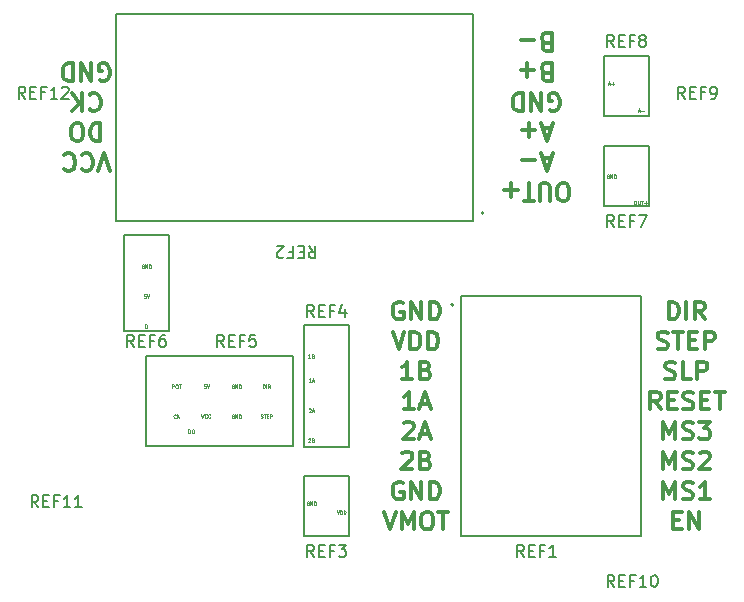
<source format=gbr>
%TF.GenerationSoftware,KiCad,Pcbnew,(6.0.2)*%
%TF.CreationDate,2023-07-03T16:13:51+01:00*%
%TF.ProjectId,Stretchy,53747265-7463-4687-992e-6b696361645f,rev?*%
%TF.SameCoordinates,Original*%
%TF.FileFunction,Legend,Top*%
%TF.FilePolarity,Positive*%
%FSLAX46Y46*%
G04 Gerber Fmt 4.6, Leading zero omitted, Abs format (unit mm)*
G04 Created by KiCad (PCBNEW (6.0.2)) date 2023-07-03 16:13:51*
%MOMM*%
%LPD*%
G01*
G04 APERTURE LIST*
%ADD10C,0.300000*%
%ADD11C,0.075000*%
%ADD12C,0.150000*%
%ADD13C,0.127000*%
%ADD14C,0.200000*%
G04 APERTURE END LIST*
D10*
X127540000Y-95698571D02*
X128040000Y-97198571D01*
X128540000Y-95698571D01*
X129040000Y-97198571D02*
X129040000Y-95698571D01*
X129397142Y-95698571D01*
X129611428Y-95770000D01*
X129754285Y-95912857D01*
X129825714Y-96055714D01*
X129897142Y-96341428D01*
X129897142Y-96555714D01*
X129825714Y-96841428D01*
X129754285Y-96984285D01*
X129611428Y-97127142D01*
X129397142Y-97198571D01*
X129040000Y-97198571D01*
X130540000Y-97198571D02*
X130540000Y-95698571D01*
X130897142Y-95698571D01*
X131111428Y-95770000D01*
X131254285Y-95912857D01*
X131325714Y-96055714D01*
X131397142Y-96341428D01*
X131397142Y-96555714D01*
X131325714Y-96841428D01*
X131254285Y-96984285D01*
X131111428Y-97127142D01*
X130897142Y-97198571D01*
X130540000Y-97198571D01*
D11*
X106622857Y-92545714D02*
X106480000Y-92545714D01*
X106465714Y-92688571D01*
X106480000Y-92674285D01*
X106508571Y-92660000D01*
X106580000Y-92660000D01*
X106608571Y-92674285D01*
X106622857Y-92688571D01*
X106637142Y-92717142D01*
X106637142Y-92788571D01*
X106622857Y-92817142D01*
X106608571Y-92831428D01*
X106580000Y-92845714D01*
X106508571Y-92845714D01*
X106480000Y-92831428D01*
X106465714Y-92817142D01*
X106722857Y-92545714D02*
X106822857Y-92845714D01*
X106922857Y-92545714D01*
X116354285Y-102991428D02*
X116397142Y-103005714D01*
X116468571Y-103005714D01*
X116497142Y-102991428D01*
X116511428Y-102977142D01*
X116525714Y-102948571D01*
X116525714Y-102920000D01*
X116511428Y-102891428D01*
X116497142Y-102877142D01*
X116468571Y-102862857D01*
X116411428Y-102848571D01*
X116382857Y-102834285D01*
X116368571Y-102820000D01*
X116354285Y-102791428D01*
X116354285Y-102762857D01*
X116368571Y-102734285D01*
X116382857Y-102720000D01*
X116411428Y-102705714D01*
X116482857Y-102705714D01*
X116525714Y-102720000D01*
X116611428Y-102705714D02*
X116782857Y-102705714D01*
X116697142Y-103005714D02*
X116697142Y-102705714D01*
X116882857Y-102848571D02*
X116982857Y-102848571D01*
X117025714Y-103005714D02*
X116882857Y-103005714D01*
X116882857Y-102705714D01*
X117025714Y-102705714D01*
X117154285Y-103005714D02*
X117154285Y-102705714D01*
X117268571Y-102705714D01*
X117297142Y-102720000D01*
X117311428Y-102734285D01*
X117325714Y-102762857D01*
X117325714Y-102805714D01*
X117311428Y-102834285D01*
X117297142Y-102848571D01*
X117268571Y-102862857D01*
X117154285Y-102862857D01*
X145821428Y-82400000D02*
X145792857Y-82385714D01*
X145750000Y-82385714D01*
X145707142Y-82400000D01*
X145678571Y-82428571D01*
X145664285Y-82457142D01*
X145650000Y-82514285D01*
X145650000Y-82557142D01*
X145664285Y-82614285D01*
X145678571Y-82642857D01*
X145707142Y-82671428D01*
X145750000Y-82685714D01*
X145778571Y-82685714D01*
X145821428Y-82671428D01*
X145835714Y-82657142D01*
X145835714Y-82557142D01*
X145778571Y-82557142D01*
X145964285Y-82685714D02*
X145964285Y-82385714D01*
X146135714Y-82685714D01*
X146135714Y-82385714D01*
X146278571Y-82685714D02*
X146278571Y-82385714D01*
X146350000Y-82385714D01*
X146392857Y-82400000D01*
X146421428Y-82428571D01*
X146435714Y-82457142D01*
X146450000Y-82514285D01*
X146450000Y-82557142D01*
X146435714Y-82614285D01*
X146421428Y-82642857D01*
X146392857Y-82671428D01*
X146350000Y-82685714D01*
X146278571Y-82685714D01*
D10*
X128397142Y-108470000D02*
X128254285Y-108398571D01*
X128040000Y-108398571D01*
X127825714Y-108470000D01*
X127682857Y-108612857D01*
X127611428Y-108755714D01*
X127540000Y-109041428D01*
X127540000Y-109255714D01*
X127611428Y-109541428D01*
X127682857Y-109684285D01*
X127825714Y-109827142D01*
X128040000Y-109898571D01*
X128182857Y-109898571D01*
X128397142Y-109827142D01*
X128468571Y-109755714D01*
X128468571Y-109255714D01*
X128182857Y-109255714D01*
X129111428Y-109898571D02*
X129111428Y-108398571D01*
X129968571Y-109898571D01*
X129968571Y-108398571D01*
X130682857Y-109898571D02*
X130682857Y-108398571D01*
X131040000Y-108398571D01*
X131254285Y-108470000D01*
X131397142Y-108612857D01*
X131468571Y-108755714D01*
X131540000Y-109041428D01*
X131540000Y-109255714D01*
X131468571Y-109541428D01*
X131397142Y-109684285D01*
X131254285Y-109827142D01*
X131040000Y-109898571D01*
X130682857Y-109898571D01*
X150471428Y-107358571D02*
X150471428Y-105858571D01*
X150971428Y-106930000D01*
X151471428Y-105858571D01*
X151471428Y-107358571D01*
X152114285Y-107287142D02*
X152328571Y-107358571D01*
X152685714Y-107358571D01*
X152828571Y-107287142D01*
X152900000Y-107215714D01*
X152971428Y-107072857D01*
X152971428Y-106930000D01*
X152900000Y-106787142D01*
X152828571Y-106715714D01*
X152685714Y-106644285D01*
X152400000Y-106572857D01*
X152257142Y-106501428D01*
X152185714Y-106430000D01*
X152114285Y-106287142D01*
X152114285Y-106144285D01*
X152185714Y-106001428D01*
X152257142Y-105930000D01*
X152400000Y-105858571D01*
X152757142Y-105858571D01*
X152971428Y-105930000D01*
X153542857Y-106001428D02*
X153614285Y-105930000D01*
X153757142Y-105858571D01*
X154114285Y-105858571D01*
X154257142Y-105930000D01*
X154328571Y-106001428D01*
X154400000Y-106144285D01*
X154400000Y-106287142D01*
X154328571Y-106501428D01*
X153471428Y-107358571D01*
X154400000Y-107358571D01*
X151292857Y-111652857D02*
X151792857Y-111652857D01*
X152007142Y-112438571D02*
X151292857Y-112438571D01*
X151292857Y-110938571D01*
X152007142Y-110938571D01*
X152650000Y-112438571D02*
X152650000Y-110938571D01*
X153507142Y-112438571D01*
X153507142Y-110938571D01*
X140842857Y-76950000D02*
X140985714Y-77021428D01*
X141200000Y-77021428D01*
X141414285Y-76950000D01*
X141557142Y-76807142D01*
X141628571Y-76664285D01*
X141700000Y-76378571D01*
X141700000Y-76164285D01*
X141628571Y-75878571D01*
X141557142Y-75735714D01*
X141414285Y-75592857D01*
X141200000Y-75521428D01*
X141057142Y-75521428D01*
X140842857Y-75592857D01*
X140771428Y-75664285D01*
X140771428Y-76164285D01*
X141057142Y-76164285D01*
X140128571Y-75521428D02*
X140128571Y-77021428D01*
X139271428Y-75521428D01*
X139271428Y-77021428D01*
X138557142Y-75521428D02*
X138557142Y-77021428D01*
X138200000Y-77021428D01*
X137985714Y-76950000D01*
X137842857Y-76807142D01*
X137771428Y-76664285D01*
X137700000Y-76378571D01*
X137700000Y-76164285D01*
X137771428Y-75878571D01*
X137842857Y-75735714D01*
X137985714Y-75592857D01*
X138200000Y-75521428D01*
X138557142Y-75521428D01*
X126825714Y-110938571D02*
X127325714Y-112438571D01*
X127825714Y-110938571D01*
X128325714Y-112438571D02*
X128325714Y-110938571D01*
X128825714Y-112010000D01*
X129325714Y-110938571D01*
X129325714Y-112438571D01*
X130325714Y-110938571D02*
X130611428Y-110938571D01*
X130754285Y-111010000D01*
X130897142Y-111152857D01*
X130968571Y-111438571D01*
X130968571Y-111938571D01*
X130897142Y-112224285D01*
X130754285Y-112367142D01*
X130611428Y-112438571D01*
X130325714Y-112438571D01*
X130182857Y-112367142D01*
X130040000Y-112224285D01*
X129968571Y-111938571D01*
X129968571Y-111438571D01*
X130040000Y-111152857D01*
X130182857Y-111010000D01*
X130325714Y-110938571D01*
X131397142Y-110938571D02*
X132254285Y-110938571D01*
X131825714Y-112438571D02*
X131825714Y-110938571D01*
X129325714Y-102278571D02*
X128468571Y-102278571D01*
X128897142Y-102278571D02*
X128897142Y-100778571D01*
X128754285Y-100992857D01*
X128611428Y-101135714D01*
X128468571Y-101207142D01*
X129897142Y-101850000D02*
X130611428Y-101850000D01*
X129754285Y-102278571D02*
X130254285Y-100778571D01*
X130754285Y-102278571D01*
D11*
X120421428Y-110086000D02*
X120392857Y-110071714D01*
X120350000Y-110071714D01*
X120307142Y-110086000D01*
X120278571Y-110114571D01*
X120264285Y-110143142D01*
X120250000Y-110200285D01*
X120250000Y-110243142D01*
X120264285Y-110300285D01*
X120278571Y-110328857D01*
X120307142Y-110357428D01*
X120350000Y-110371714D01*
X120378571Y-110371714D01*
X120421428Y-110357428D01*
X120435714Y-110343142D01*
X120435714Y-110243142D01*
X120378571Y-110243142D01*
X120564285Y-110371714D02*
X120564285Y-110071714D01*
X120735714Y-110371714D01*
X120735714Y-110071714D01*
X120878571Y-110371714D02*
X120878571Y-110071714D01*
X120950000Y-110071714D01*
X120992857Y-110086000D01*
X121021428Y-110114571D01*
X121035714Y-110143142D01*
X121050000Y-110200285D01*
X121050000Y-110243142D01*
X121035714Y-110300285D01*
X121021428Y-110328857D01*
X120992857Y-110357428D01*
X120950000Y-110371714D01*
X120878571Y-110371714D01*
D10*
X128397142Y-93230000D02*
X128254285Y-93158571D01*
X128040000Y-93158571D01*
X127825714Y-93230000D01*
X127682857Y-93372857D01*
X127611428Y-93515714D01*
X127540000Y-93801428D01*
X127540000Y-94015714D01*
X127611428Y-94301428D01*
X127682857Y-94444285D01*
X127825714Y-94587142D01*
X128040000Y-94658571D01*
X128182857Y-94658571D01*
X128397142Y-94587142D01*
X128468571Y-94515714D01*
X128468571Y-94015714D01*
X128182857Y-94015714D01*
X129111428Y-94658571D02*
X129111428Y-93158571D01*
X129968571Y-94658571D01*
X129968571Y-93158571D01*
X130682857Y-94658571D02*
X130682857Y-93158571D01*
X131040000Y-93158571D01*
X131254285Y-93230000D01*
X131397142Y-93372857D01*
X131468571Y-93515714D01*
X131540000Y-93801428D01*
X131540000Y-94015714D01*
X131468571Y-94301428D01*
X131397142Y-94444285D01*
X131254285Y-94587142D01*
X131040000Y-94658571D01*
X130682857Y-94658571D01*
X150614285Y-99667142D02*
X150828571Y-99738571D01*
X151185714Y-99738571D01*
X151328571Y-99667142D01*
X151400000Y-99595714D01*
X151471428Y-99452857D01*
X151471428Y-99310000D01*
X151400000Y-99167142D01*
X151328571Y-99095714D01*
X151185714Y-99024285D01*
X150900000Y-98952857D01*
X150757142Y-98881428D01*
X150685714Y-98810000D01*
X150614285Y-98667142D01*
X150614285Y-98524285D01*
X150685714Y-98381428D01*
X150757142Y-98310000D01*
X150900000Y-98238571D01*
X151257142Y-98238571D01*
X151471428Y-98310000D01*
X152828571Y-99738571D02*
X152114285Y-99738571D01*
X152114285Y-98238571D01*
X153328571Y-99738571D02*
X153328571Y-98238571D01*
X153900000Y-98238571D01*
X154042857Y-98310000D01*
X154114285Y-98381428D01*
X154185714Y-98524285D01*
X154185714Y-98738571D01*
X154114285Y-98881428D01*
X154042857Y-98952857D01*
X153900000Y-99024285D01*
X153328571Y-99024285D01*
D11*
X108870000Y-100465714D02*
X108870000Y-100165714D01*
X108984285Y-100165714D01*
X109012857Y-100180000D01*
X109027142Y-100194285D01*
X109041428Y-100222857D01*
X109041428Y-100265714D01*
X109027142Y-100294285D01*
X109012857Y-100308571D01*
X108984285Y-100322857D01*
X108870000Y-100322857D01*
X109227142Y-100165714D02*
X109284285Y-100165714D01*
X109312857Y-100180000D01*
X109341428Y-100208571D01*
X109355714Y-100265714D01*
X109355714Y-100365714D01*
X109341428Y-100422857D01*
X109312857Y-100451428D01*
X109284285Y-100465714D01*
X109227142Y-100465714D01*
X109198571Y-100451428D01*
X109170000Y-100422857D01*
X109155714Y-100365714D01*
X109155714Y-100265714D01*
X109170000Y-100208571D01*
X109198571Y-100180000D01*
X109227142Y-100165714D01*
X109441428Y-100165714D02*
X109612857Y-100165714D01*
X109527142Y-100465714D02*
X109527142Y-100165714D01*
X111329640Y-102684514D02*
X111429640Y-102984514D01*
X111529640Y-102684514D01*
X111801068Y-102955942D02*
X111786782Y-102970228D01*
X111743925Y-102984514D01*
X111715354Y-102984514D01*
X111672497Y-102970228D01*
X111643925Y-102941657D01*
X111629640Y-102913085D01*
X111615354Y-102855942D01*
X111615354Y-102813085D01*
X111629640Y-102755942D01*
X111643925Y-102727371D01*
X111672497Y-102698800D01*
X111715354Y-102684514D01*
X111743925Y-102684514D01*
X111786782Y-102698800D01*
X111801068Y-102713085D01*
X112101068Y-102955942D02*
X112086782Y-102970228D01*
X112043925Y-102984514D01*
X112015354Y-102984514D01*
X111972497Y-102970228D01*
X111943925Y-102941657D01*
X111929640Y-102913085D01*
X111915354Y-102855942D01*
X111915354Y-102813085D01*
X111929640Y-102755942D01*
X111943925Y-102727371D01*
X111972497Y-102698800D01*
X112015354Y-102684514D01*
X112043925Y-102684514D01*
X112086782Y-102698800D01*
X112101068Y-102713085D01*
D10*
X140985714Y-78490000D02*
X140271428Y-78490000D01*
X141128571Y-78061428D02*
X140628571Y-79561428D01*
X140128571Y-78061428D01*
X139628571Y-78632857D02*
X138485714Y-78632857D01*
X139057142Y-78061428D02*
X139057142Y-79204285D01*
X149971428Y-97127142D02*
X150185714Y-97198571D01*
X150542857Y-97198571D01*
X150685714Y-97127142D01*
X150757142Y-97055714D01*
X150828571Y-96912857D01*
X150828571Y-96770000D01*
X150757142Y-96627142D01*
X150685714Y-96555714D01*
X150542857Y-96484285D01*
X150257142Y-96412857D01*
X150114285Y-96341428D01*
X150042857Y-96270000D01*
X149971428Y-96127142D01*
X149971428Y-95984285D01*
X150042857Y-95841428D01*
X150114285Y-95770000D01*
X150257142Y-95698571D01*
X150614285Y-95698571D01*
X150828571Y-95770000D01*
X151257142Y-95698571D02*
X152114285Y-95698571D01*
X151685714Y-97198571D02*
X151685714Y-95698571D01*
X152614285Y-96412857D02*
X153114285Y-96412857D01*
X153328571Y-97198571D02*
X152614285Y-97198571D01*
X152614285Y-95698571D01*
X153328571Y-95698571D01*
X153971428Y-97198571D02*
X153971428Y-95698571D01*
X154542857Y-95698571D01*
X154685714Y-95770000D01*
X154757142Y-95841428D01*
X154828571Y-95984285D01*
X154828571Y-96198571D01*
X154757142Y-96341428D01*
X154685714Y-96412857D01*
X154542857Y-96484285D01*
X153971428Y-96484285D01*
D11*
X109162857Y-102977142D02*
X109148571Y-102991428D01*
X109105714Y-103005714D01*
X109077142Y-103005714D01*
X109034285Y-102991428D01*
X109005714Y-102962857D01*
X108991428Y-102934285D01*
X108977142Y-102877142D01*
X108977142Y-102834285D01*
X108991428Y-102777142D01*
X109005714Y-102748571D01*
X109034285Y-102720000D01*
X109077142Y-102705714D01*
X109105714Y-102705714D01*
X109148571Y-102720000D01*
X109162857Y-102734285D01*
X109291428Y-103005714D02*
X109291428Y-102705714D01*
X109462857Y-103005714D02*
X109334285Y-102834285D01*
X109462857Y-102705714D02*
X109291428Y-102877142D01*
D10*
X128468571Y-103461428D02*
X128540000Y-103390000D01*
X128682857Y-103318571D01*
X129040000Y-103318571D01*
X129182857Y-103390000D01*
X129254285Y-103461428D01*
X129325714Y-103604285D01*
X129325714Y-103747142D01*
X129254285Y-103961428D01*
X128397142Y-104818571D01*
X129325714Y-104818571D01*
X129897142Y-104390000D02*
X130611428Y-104390000D01*
X129754285Y-104818571D02*
X130254285Y-103318571D01*
X130754285Y-104818571D01*
D11*
X145792857Y-74726000D02*
X145935714Y-74726000D01*
X145764285Y-74811714D02*
X145864285Y-74511714D01*
X145964285Y-74811714D01*
X146064285Y-74697428D02*
X146292857Y-74697428D01*
X146178571Y-74811714D02*
X146178571Y-74583142D01*
D10*
X103600000Y-82101428D02*
X103100000Y-80601428D01*
X102600000Y-82101428D01*
X101242857Y-80744285D02*
X101314285Y-80672857D01*
X101528571Y-80601428D01*
X101671428Y-80601428D01*
X101885714Y-80672857D01*
X102028571Y-80815714D01*
X102100000Y-80958571D01*
X102171428Y-81244285D01*
X102171428Y-81458571D01*
X102100000Y-81744285D01*
X102028571Y-81887142D01*
X101885714Y-82030000D01*
X101671428Y-82101428D01*
X101528571Y-82101428D01*
X101314285Y-82030000D01*
X101242857Y-81958571D01*
X99742857Y-80744285D02*
X99814285Y-80672857D01*
X100028571Y-80601428D01*
X100171428Y-80601428D01*
X100385714Y-80672857D01*
X100528571Y-80815714D01*
X100600000Y-80958571D01*
X100671428Y-81244285D01*
X100671428Y-81458571D01*
X100600000Y-81744285D01*
X100528571Y-81887142D01*
X100385714Y-82030000D01*
X100171428Y-82101428D01*
X100028571Y-82101428D01*
X99814285Y-82030000D01*
X99742857Y-81958571D01*
X129218571Y-99738571D02*
X128361428Y-99738571D01*
X128790000Y-99738571D02*
X128790000Y-98238571D01*
X128647142Y-98452857D01*
X128504285Y-98595714D01*
X128361428Y-98667142D01*
X130361428Y-98952857D02*
X130575714Y-99024285D01*
X130647142Y-99095714D01*
X130718571Y-99238571D01*
X130718571Y-99452857D01*
X130647142Y-99595714D01*
X130575714Y-99667142D01*
X130432857Y-99738571D01*
X129861428Y-99738571D01*
X129861428Y-98238571D01*
X130361428Y-98238571D01*
X130504285Y-98310000D01*
X130575714Y-98381428D01*
X130647142Y-98524285D01*
X130647142Y-98667142D01*
X130575714Y-98810000D01*
X130504285Y-98881428D01*
X130361428Y-98952857D01*
X129861428Y-98952857D01*
X101885714Y-75664285D02*
X101957142Y-75592857D01*
X102171428Y-75521428D01*
X102314285Y-75521428D01*
X102528571Y-75592857D01*
X102671428Y-75735714D01*
X102742857Y-75878571D01*
X102814285Y-76164285D01*
X102814285Y-76378571D01*
X102742857Y-76664285D01*
X102671428Y-76807142D01*
X102528571Y-76950000D01*
X102314285Y-77021428D01*
X102171428Y-77021428D01*
X101957142Y-76950000D01*
X101885714Y-76878571D01*
X101242857Y-75521428D02*
X101242857Y-77021428D01*
X100385714Y-75521428D02*
X101028571Y-76378571D01*
X100385714Y-77021428D02*
X101242857Y-76164285D01*
X150900000Y-94658571D02*
X150900000Y-93158571D01*
X151257142Y-93158571D01*
X151471428Y-93230000D01*
X151614285Y-93372857D01*
X151685714Y-93515714D01*
X151757142Y-93801428D01*
X151757142Y-94015714D01*
X151685714Y-94301428D01*
X151614285Y-94444285D01*
X151471428Y-94587142D01*
X151257142Y-94658571D01*
X150900000Y-94658571D01*
X152400000Y-94658571D02*
X152400000Y-93158571D01*
X153971428Y-94658571D02*
X153471428Y-93944285D01*
X153114285Y-94658571D02*
X153114285Y-93158571D01*
X153685714Y-93158571D01*
X153828571Y-93230000D01*
X153900000Y-93301428D01*
X153971428Y-93444285D01*
X153971428Y-93658571D01*
X153900000Y-93801428D01*
X153828571Y-93872857D01*
X153685714Y-93944285D01*
X153114285Y-93944285D01*
X150471428Y-109898571D02*
X150471428Y-108398571D01*
X150971428Y-109470000D01*
X151471428Y-108398571D01*
X151471428Y-109898571D01*
X152114285Y-109827142D02*
X152328571Y-109898571D01*
X152685714Y-109898571D01*
X152828571Y-109827142D01*
X152900000Y-109755714D01*
X152971428Y-109612857D01*
X152971428Y-109470000D01*
X152900000Y-109327142D01*
X152828571Y-109255714D01*
X152685714Y-109184285D01*
X152400000Y-109112857D01*
X152257142Y-109041428D01*
X152185714Y-108970000D01*
X152114285Y-108827142D01*
X152114285Y-108684285D01*
X152185714Y-108541428D01*
X152257142Y-108470000D01*
X152400000Y-108398571D01*
X152757142Y-108398571D01*
X152971428Y-108470000D01*
X154400000Y-109898571D02*
X153542857Y-109898571D01*
X153971428Y-109898571D02*
X153971428Y-108398571D01*
X153828571Y-108612857D01*
X153685714Y-108755714D01*
X153542857Y-108827142D01*
X150221428Y-102278571D02*
X149721428Y-101564285D01*
X149364285Y-102278571D02*
X149364285Y-100778571D01*
X149935714Y-100778571D01*
X150078571Y-100850000D01*
X150150000Y-100921428D01*
X150221428Y-101064285D01*
X150221428Y-101278571D01*
X150150000Y-101421428D01*
X150078571Y-101492857D01*
X149935714Y-101564285D01*
X149364285Y-101564285D01*
X150864285Y-101492857D02*
X151364285Y-101492857D01*
X151578571Y-102278571D02*
X150864285Y-102278571D01*
X150864285Y-100778571D01*
X151578571Y-100778571D01*
X152150000Y-102207142D02*
X152364285Y-102278571D01*
X152721428Y-102278571D01*
X152864285Y-102207142D01*
X152935714Y-102135714D01*
X153007142Y-101992857D01*
X153007142Y-101850000D01*
X152935714Y-101707142D01*
X152864285Y-101635714D01*
X152721428Y-101564285D01*
X152435714Y-101492857D01*
X152292857Y-101421428D01*
X152221428Y-101350000D01*
X152150000Y-101207142D01*
X152150000Y-101064285D01*
X152221428Y-100921428D01*
X152292857Y-100850000D01*
X152435714Y-100778571D01*
X152792857Y-100778571D01*
X153007142Y-100850000D01*
X153650000Y-101492857D02*
X154150000Y-101492857D01*
X154364285Y-102278571D02*
X153650000Y-102278571D01*
X153650000Y-100778571D01*
X154364285Y-100778571D01*
X154792857Y-100778571D02*
X155650000Y-100778571D01*
X155221428Y-102278571D02*
X155221428Y-100778571D01*
D11*
X116540000Y-100465714D02*
X116540000Y-100165714D01*
X116611428Y-100165714D01*
X116654285Y-100180000D01*
X116682857Y-100208571D01*
X116697142Y-100237142D01*
X116711428Y-100294285D01*
X116711428Y-100337142D01*
X116697142Y-100394285D01*
X116682857Y-100422857D01*
X116654285Y-100451428D01*
X116611428Y-100465714D01*
X116540000Y-100465714D01*
X116840000Y-100465714D02*
X116840000Y-100165714D01*
X117154285Y-100465714D02*
X117054285Y-100322857D01*
X116982857Y-100465714D02*
X116982857Y-100165714D01*
X117097142Y-100165714D01*
X117125714Y-100180000D01*
X117140000Y-100194285D01*
X117154285Y-100222857D01*
X117154285Y-100265714D01*
X117140000Y-100294285D01*
X117125714Y-100308571D01*
X117097142Y-100322857D01*
X116982857Y-100322857D01*
D10*
X140521428Y-71227142D02*
X140307142Y-71155714D01*
X140235714Y-71084285D01*
X140164285Y-70941428D01*
X140164285Y-70727142D01*
X140235714Y-70584285D01*
X140307142Y-70512857D01*
X140450000Y-70441428D01*
X141021428Y-70441428D01*
X141021428Y-71941428D01*
X140521428Y-71941428D01*
X140378571Y-71870000D01*
X140307142Y-71798571D01*
X140235714Y-71655714D01*
X140235714Y-71512857D01*
X140307142Y-71370000D01*
X140378571Y-71298571D01*
X140521428Y-71227142D01*
X141021428Y-71227142D01*
X139521428Y-71012857D02*
X138378571Y-71012857D01*
D11*
X114071428Y-100180000D02*
X114042857Y-100165714D01*
X114000000Y-100165714D01*
X113957142Y-100180000D01*
X113928571Y-100208571D01*
X113914285Y-100237142D01*
X113900000Y-100294285D01*
X113900000Y-100337142D01*
X113914285Y-100394285D01*
X113928571Y-100422857D01*
X113957142Y-100451428D01*
X114000000Y-100465714D01*
X114028571Y-100465714D01*
X114071428Y-100451428D01*
X114085714Y-100437142D01*
X114085714Y-100337142D01*
X114028571Y-100337142D01*
X114214285Y-100465714D02*
X114214285Y-100165714D01*
X114385714Y-100465714D01*
X114385714Y-100165714D01*
X114528571Y-100465714D02*
X114528571Y-100165714D01*
X114600000Y-100165714D01*
X114642857Y-100180000D01*
X114671428Y-100208571D01*
X114685714Y-100237142D01*
X114700000Y-100294285D01*
X114700000Y-100337142D01*
X114685714Y-100394285D01*
X114671428Y-100422857D01*
X114642857Y-100451428D01*
X114600000Y-100465714D01*
X114528571Y-100465714D01*
D10*
X140521428Y-73767142D02*
X140307142Y-73695714D01*
X140235714Y-73624285D01*
X140164285Y-73481428D01*
X140164285Y-73267142D01*
X140235714Y-73124285D01*
X140307142Y-73052857D01*
X140450000Y-72981428D01*
X141021428Y-72981428D01*
X141021428Y-74481428D01*
X140521428Y-74481428D01*
X140378571Y-74410000D01*
X140307142Y-74338571D01*
X140235714Y-74195714D01*
X140235714Y-74052857D01*
X140307142Y-73910000D01*
X140378571Y-73838571D01*
X140521428Y-73767142D01*
X141021428Y-73767142D01*
X139521428Y-73552857D02*
X138378571Y-73552857D01*
X138950000Y-72981428D02*
X138950000Y-74124285D01*
X102778571Y-78061428D02*
X102778571Y-79561428D01*
X102421428Y-79561428D01*
X102207142Y-79490000D01*
X102064285Y-79347142D01*
X101992857Y-79204285D01*
X101921428Y-78918571D01*
X101921428Y-78704285D01*
X101992857Y-78418571D01*
X102064285Y-78275714D01*
X102207142Y-78132857D01*
X102421428Y-78061428D01*
X102778571Y-78061428D01*
X100992857Y-79561428D02*
X100707142Y-79561428D01*
X100564285Y-79490000D01*
X100421428Y-79347142D01*
X100350000Y-79061428D01*
X100350000Y-78561428D01*
X100421428Y-78275714D01*
X100564285Y-78132857D01*
X100707142Y-78061428D01*
X100992857Y-78061428D01*
X101135714Y-78132857D01*
X101278571Y-78275714D01*
X101350000Y-78561428D01*
X101350000Y-79061428D01*
X101278571Y-79347142D01*
X101135714Y-79490000D01*
X100992857Y-79561428D01*
X140985714Y-81030000D02*
X140271428Y-81030000D01*
X141128571Y-80601428D02*
X140628571Y-82101428D01*
X140128571Y-80601428D01*
X139628571Y-81172857D02*
X138485714Y-81172857D01*
X102742857Y-74410000D02*
X102885714Y-74481428D01*
X103100000Y-74481428D01*
X103314285Y-74410000D01*
X103457142Y-74267142D01*
X103528571Y-74124285D01*
X103600000Y-73838571D01*
X103600000Y-73624285D01*
X103528571Y-73338571D01*
X103457142Y-73195714D01*
X103314285Y-73052857D01*
X103100000Y-72981428D01*
X102957142Y-72981428D01*
X102742857Y-73052857D01*
X102671428Y-73124285D01*
X102671428Y-73624285D01*
X102957142Y-73624285D01*
X102028571Y-72981428D02*
X102028571Y-74481428D01*
X101171428Y-72981428D01*
X101171428Y-74481428D01*
X100457142Y-72981428D02*
X100457142Y-74481428D01*
X100100000Y-74481428D01*
X99885714Y-74410000D01*
X99742857Y-74267142D01*
X99671428Y-74124285D01*
X99600000Y-73838571D01*
X99600000Y-73624285D01*
X99671428Y-73338571D01*
X99742857Y-73195714D01*
X99885714Y-73052857D01*
X100100000Y-72981428D01*
X100457142Y-72981428D01*
D11*
X120435714Y-102226285D02*
X120450000Y-102212000D01*
X120478571Y-102197714D01*
X120550000Y-102197714D01*
X120578571Y-102212000D01*
X120592857Y-102226285D01*
X120607142Y-102254857D01*
X120607142Y-102283428D01*
X120592857Y-102326285D01*
X120421428Y-102497714D01*
X120607142Y-102497714D01*
X120721428Y-102412000D02*
X120864285Y-102412000D01*
X120692857Y-102497714D02*
X120792857Y-102197714D01*
X120892857Y-102497714D01*
X120414285Y-104766285D02*
X120428571Y-104752000D01*
X120457142Y-104737714D01*
X120528571Y-104737714D01*
X120557142Y-104752000D01*
X120571428Y-104766285D01*
X120585714Y-104794857D01*
X120585714Y-104823428D01*
X120571428Y-104866285D01*
X120400000Y-105037714D01*
X120585714Y-105037714D01*
X120814285Y-104880571D02*
X120857142Y-104894857D01*
X120871428Y-104909142D01*
X120885714Y-104937714D01*
X120885714Y-104980571D01*
X120871428Y-105009142D01*
X120857142Y-105023428D01*
X120828571Y-105037714D01*
X120714285Y-105037714D01*
X120714285Y-104737714D01*
X120814285Y-104737714D01*
X120842857Y-104752000D01*
X120857142Y-104766285D01*
X120871428Y-104794857D01*
X120871428Y-104823428D01*
X120857142Y-104852000D01*
X120842857Y-104866285D01*
X120814285Y-104880571D01*
X120714285Y-104880571D01*
X114071428Y-102720000D02*
X114042857Y-102705714D01*
X114000000Y-102705714D01*
X113957142Y-102720000D01*
X113928571Y-102748571D01*
X113914285Y-102777142D01*
X113900000Y-102834285D01*
X113900000Y-102877142D01*
X113914285Y-102934285D01*
X113928571Y-102962857D01*
X113957142Y-102991428D01*
X114000000Y-103005714D01*
X114028571Y-103005714D01*
X114071428Y-102991428D01*
X114085714Y-102977142D01*
X114085714Y-102877142D01*
X114028571Y-102877142D01*
X114214285Y-103005714D02*
X114214285Y-102705714D01*
X114385714Y-103005714D01*
X114385714Y-102705714D01*
X114528571Y-103005714D02*
X114528571Y-102705714D01*
X114600000Y-102705714D01*
X114642857Y-102720000D01*
X114671428Y-102748571D01*
X114685714Y-102777142D01*
X114700000Y-102834285D01*
X114700000Y-102877142D01*
X114685714Y-102934285D01*
X114671428Y-102962857D01*
X114642857Y-102991428D01*
X114600000Y-103005714D01*
X114528571Y-103005714D01*
X106451428Y-90020000D02*
X106422857Y-90005714D01*
X106380000Y-90005714D01*
X106337142Y-90020000D01*
X106308571Y-90048571D01*
X106294285Y-90077142D01*
X106280000Y-90134285D01*
X106280000Y-90177142D01*
X106294285Y-90234285D01*
X106308571Y-90262857D01*
X106337142Y-90291428D01*
X106380000Y-90305714D01*
X106408571Y-90305714D01*
X106451428Y-90291428D01*
X106465714Y-90277142D01*
X106465714Y-90177142D01*
X106408571Y-90177142D01*
X106594285Y-90305714D02*
X106594285Y-90005714D01*
X106765714Y-90305714D01*
X106765714Y-90005714D01*
X106908571Y-90305714D02*
X106908571Y-90005714D01*
X106980000Y-90005714D01*
X107022857Y-90020000D01*
X107051428Y-90048571D01*
X107065714Y-90077142D01*
X107080000Y-90134285D01*
X107080000Y-90177142D01*
X107065714Y-90234285D01*
X107051428Y-90262857D01*
X107022857Y-90291428D01*
X106980000Y-90305714D01*
X106908571Y-90305714D01*
D10*
X150471428Y-104818571D02*
X150471428Y-103318571D01*
X150971428Y-104390000D01*
X151471428Y-103318571D01*
X151471428Y-104818571D01*
X152114285Y-104747142D02*
X152328571Y-104818571D01*
X152685714Y-104818571D01*
X152828571Y-104747142D01*
X152900000Y-104675714D01*
X152971428Y-104532857D01*
X152971428Y-104390000D01*
X152900000Y-104247142D01*
X152828571Y-104175714D01*
X152685714Y-104104285D01*
X152400000Y-104032857D01*
X152257142Y-103961428D01*
X152185714Y-103890000D01*
X152114285Y-103747142D01*
X152114285Y-103604285D01*
X152185714Y-103461428D01*
X152257142Y-103390000D01*
X152400000Y-103318571D01*
X152757142Y-103318571D01*
X152971428Y-103390000D01*
X153471428Y-103318571D02*
X154400000Y-103318571D01*
X153900000Y-103890000D01*
X154114285Y-103890000D01*
X154257142Y-103961428D01*
X154328571Y-104032857D01*
X154400000Y-104175714D01*
X154400000Y-104532857D01*
X154328571Y-104675714D01*
X154257142Y-104747142D01*
X154114285Y-104818571D01*
X153685714Y-104818571D01*
X153542857Y-104747142D01*
X153471428Y-104675714D01*
D11*
X122790000Y-110833714D02*
X122890000Y-111133714D01*
X122990000Y-110833714D01*
X123090000Y-111133714D02*
X123090000Y-110833714D01*
X123161428Y-110833714D01*
X123204285Y-110848000D01*
X123232857Y-110876571D01*
X123247142Y-110905142D01*
X123261428Y-110962285D01*
X123261428Y-111005142D01*
X123247142Y-111062285D01*
X123232857Y-111090857D01*
X123204285Y-111119428D01*
X123161428Y-111133714D01*
X123090000Y-111133714D01*
X123390000Y-111133714D02*
X123390000Y-110833714D01*
X123461428Y-110833714D01*
X123504285Y-110848000D01*
X123532857Y-110876571D01*
X123547142Y-110905142D01*
X123561428Y-110962285D01*
X123561428Y-111005142D01*
X123547142Y-111062285D01*
X123532857Y-111090857D01*
X123504285Y-111119428D01*
X123461428Y-111133714D01*
X123390000Y-111133714D01*
X111702216Y-100165713D02*
X111559359Y-100165713D01*
X111545073Y-100308570D01*
X111559359Y-100294284D01*
X111587930Y-100279999D01*
X111659359Y-100279999D01*
X111687930Y-100294284D01*
X111702216Y-100308570D01*
X111716501Y-100337141D01*
X111716501Y-100408570D01*
X111702216Y-100437141D01*
X111687930Y-100451427D01*
X111659359Y-100465713D01*
X111587930Y-100465713D01*
X111559359Y-100451427D01*
X111545073Y-100437141D01*
X111802216Y-100165713D02*
X111902216Y-100465713D01*
X112002216Y-100165713D01*
X120607142Y-99957714D02*
X120435714Y-99957714D01*
X120521428Y-99957714D02*
X120521428Y-99657714D01*
X120492857Y-99700571D01*
X120464285Y-99729142D01*
X120435714Y-99743428D01*
X120721428Y-99872000D02*
X120864285Y-99872000D01*
X120692857Y-99957714D02*
X120792857Y-99657714D01*
X120892857Y-99957714D01*
X110254285Y-104275714D02*
X110254285Y-103975714D01*
X110325714Y-103975714D01*
X110368571Y-103990000D01*
X110397142Y-104018571D01*
X110411428Y-104047142D01*
X110425714Y-104104285D01*
X110425714Y-104147142D01*
X110411428Y-104204285D01*
X110397142Y-104232857D01*
X110368571Y-104261428D01*
X110325714Y-104275714D01*
X110254285Y-104275714D01*
X110611428Y-103975714D02*
X110668571Y-103975714D01*
X110697142Y-103990000D01*
X110725714Y-104018571D01*
X110740000Y-104075714D01*
X110740000Y-104175714D01*
X110725714Y-104232857D01*
X110697142Y-104261428D01*
X110668571Y-104275714D01*
X110611428Y-104275714D01*
X110582857Y-104261428D01*
X110554285Y-104232857D01*
X110540000Y-104175714D01*
X110540000Y-104075714D01*
X110554285Y-104018571D01*
X110582857Y-103990000D01*
X110611428Y-103975714D01*
X148332857Y-77012000D02*
X148475714Y-77012000D01*
X148304285Y-77097714D02*
X148404285Y-76797714D01*
X148504285Y-77097714D01*
X148604285Y-76983428D02*
X148832857Y-76983428D01*
X148053485Y-84595514D02*
X148110628Y-84595514D01*
X148139200Y-84609800D01*
X148167771Y-84638371D01*
X148182057Y-84695514D01*
X148182057Y-84795514D01*
X148167771Y-84852657D01*
X148139200Y-84881228D01*
X148110628Y-84895514D01*
X148053485Y-84895514D01*
X148024914Y-84881228D01*
X147996342Y-84852657D01*
X147982057Y-84795514D01*
X147982057Y-84695514D01*
X147996342Y-84638371D01*
X148024914Y-84609800D01*
X148053485Y-84595514D01*
X148310628Y-84595514D02*
X148310628Y-84838371D01*
X148324914Y-84866942D01*
X148339200Y-84881228D01*
X148367771Y-84895514D01*
X148424914Y-84895514D01*
X148453485Y-84881228D01*
X148467771Y-84866942D01*
X148482057Y-84838371D01*
X148482057Y-84595514D01*
X148582057Y-84595514D02*
X148753485Y-84595514D01*
X148667771Y-84895514D02*
X148667771Y-84595514D01*
X148853485Y-84781228D02*
X149082057Y-84781228D01*
X148967771Y-84895514D02*
X148967771Y-84666942D01*
D10*
X128361428Y-106001428D02*
X128432857Y-105930000D01*
X128575714Y-105858571D01*
X128932857Y-105858571D01*
X129075714Y-105930000D01*
X129147142Y-106001428D01*
X129218571Y-106144285D01*
X129218571Y-106287142D01*
X129147142Y-106501428D01*
X128290000Y-107358571D01*
X129218571Y-107358571D01*
X130361428Y-106572857D02*
X130575714Y-106644285D01*
X130647142Y-106715714D01*
X130718571Y-106858571D01*
X130718571Y-107072857D01*
X130647142Y-107215714D01*
X130575714Y-107287142D01*
X130432857Y-107358571D01*
X129861428Y-107358571D01*
X129861428Y-105858571D01*
X130361428Y-105858571D01*
X130504285Y-105930000D01*
X130575714Y-106001428D01*
X130647142Y-106144285D01*
X130647142Y-106287142D01*
X130575714Y-106430000D01*
X130504285Y-106501428D01*
X130361428Y-106572857D01*
X129861428Y-106572857D01*
D11*
X120585714Y-97925714D02*
X120414285Y-97925714D01*
X120500000Y-97925714D02*
X120500000Y-97625714D01*
X120471428Y-97668571D01*
X120442857Y-97697142D01*
X120414285Y-97711428D01*
X120814285Y-97768571D02*
X120857142Y-97782857D01*
X120871428Y-97797142D01*
X120885714Y-97825714D01*
X120885714Y-97868571D01*
X120871428Y-97897142D01*
X120857142Y-97911428D01*
X120828571Y-97925714D01*
X120714285Y-97925714D01*
X120714285Y-97625714D01*
X120814285Y-97625714D01*
X120842857Y-97640000D01*
X120857142Y-97654285D01*
X120871428Y-97682857D01*
X120871428Y-97711428D01*
X120857142Y-97740000D01*
X120842857Y-97754285D01*
X120814285Y-97768571D01*
X120714285Y-97768571D01*
X106601428Y-95385714D02*
X106601428Y-95085714D01*
X106672857Y-95085714D01*
X106715714Y-95100000D01*
X106744285Y-95128571D01*
X106758571Y-95157142D01*
X106772857Y-95214285D01*
X106772857Y-95257142D01*
X106758571Y-95314285D01*
X106744285Y-95342857D01*
X106715714Y-95371428D01*
X106672857Y-95385714D01*
X106601428Y-95385714D01*
D10*
X142128571Y-84641428D02*
X141842857Y-84641428D01*
X141700000Y-84570000D01*
X141557142Y-84427142D01*
X141485714Y-84141428D01*
X141485714Y-83641428D01*
X141557142Y-83355714D01*
X141700000Y-83212857D01*
X141842857Y-83141428D01*
X142128571Y-83141428D01*
X142271428Y-83212857D01*
X142414285Y-83355714D01*
X142485714Y-83641428D01*
X142485714Y-84141428D01*
X142414285Y-84427142D01*
X142271428Y-84570000D01*
X142128571Y-84641428D01*
X140842857Y-84641428D02*
X140842857Y-83427142D01*
X140771428Y-83284285D01*
X140700000Y-83212857D01*
X140557142Y-83141428D01*
X140271428Y-83141428D01*
X140128571Y-83212857D01*
X140057142Y-83284285D01*
X139985714Y-83427142D01*
X139985714Y-84641428D01*
X139485714Y-84641428D02*
X138628571Y-84641428D01*
X139057142Y-83141428D02*
X139057142Y-84641428D01*
X138128571Y-83712857D02*
X136985714Y-83712857D01*
X137557142Y-83141428D02*
X137557142Y-84284285D01*
D12*
%TO.C,REF1*%
X138652380Y-114752380D02*
X138319047Y-114276190D01*
X138080952Y-114752380D02*
X138080952Y-113752380D01*
X138461904Y-113752380D01*
X138557142Y-113800000D01*
X138604761Y-113847619D01*
X138652380Y-113942857D01*
X138652380Y-114085714D01*
X138604761Y-114180952D01*
X138557142Y-114228571D01*
X138461904Y-114276190D01*
X138080952Y-114276190D01*
X139080952Y-114228571D02*
X139414285Y-114228571D01*
X139557142Y-114752380D02*
X139080952Y-114752380D01*
X139080952Y-113752380D01*
X139557142Y-113752380D01*
X140319047Y-114228571D02*
X139985714Y-114228571D01*
X139985714Y-114752380D02*
X139985714Y-113752380D01*
X140461904Y-113752380D01*
X141366666Y-114752380D02*
X140795238Y-114752380D01*
X141080952Y-114752380D02*
X141080952Y-113752380D01*
X140985714Y-113895238D01*
X140890476Y-113990476D01*
X140795238Y-114038095D01*
%TO.C,REF9*%
X152292180Y-75966580D02*
X151958847Y-75490390D01*
X151720752Y-75966580D02*
X151720752Y-74966580D01*
X152101704Y-74966580D01*
X152196942Y-75014200D01*
X152244561Y-75061819D01*
X152292180Y-75157057D01*
X152292180Y-75299914D01*
X152244561Y-75395152D01*
X152196942Y-75442771D01*
X152101704Y-75490390D01*
X151720752Y-75490390D01*
X152720752Y-75442771D02*
X153054085Y-75442771D01*
X153196942Y-75966580D02*
X152720752Y-75966580D01*
X152720752Y-74966580D01*
X153196942Y-74966580D01*
X153958847Y-75442771D02*
X153625514Y-75442771D01*
X153625514Y-75966580D02*
X153625514Y-74966580D01*
X154101704Y-74966580D01*
X154530276Y-75966580D02*
X154720752Y-75966580D01*
X154815990Y-75918961D01*
X154863609Y-75871342D01*
X154958847Y-75728485D01*
X155006466Y-75538009D01*
X155006466Y-75157057D01*
X154958847Y-75061819D01*
X154911228Y-75014200D01*
X154815990Y-74966580D01*
X154625514Y-74966580D01*
X154530276Y-75014200D01*
X154482657Y-75061819D01*
X154435038Y-75157057D01*
X154435038Y-75395152D01*
X154482657Y-75490390D01*
X154530276Y-75538009D01*
X154625514Y-75585628D01*
X154815990Y-75585628D01*
X154911228Y-75538009D01*
X154958847Y-75490390D01*
X155006466Y-75395152D01*
%TO.C,REF10*%
X146304190Y-117292380D02*
X145970857Y-116816190D01*
X145732761Y-117292380D02*
X145732761Y-116292380D01*
X146113714Y-116292380D01*
X146208952Y-116340000D01*
X146256571Y-116387619D01*
X146304190Y-116482857D01*
X146304190Y-116625714D01*
X146256571Y-116720952D01*
X146208952Y-116768571D01*
X146113714Y-116816190D01*
X145732761Y-116816190D01*
X146732761Y-116768571D02*
X147066095Y-116768571D01*
X147208952Y-117292380D02*
X146732761Y-117292380D01*
X146732761Y-116292380D01*
X147208952Y-116292380D01*
X147970857Y-116768571D02*
X147637523Y-116768571D01*
X147637523Y-117292380D02*
X147637523Y-116292380D01*
X148113714Y-116292380D01*
X149018476Y-117292380D02*
X148447047Y-117292380D01*
X148732761Y-117292380D02*
X148732761Y-116292380D01*
X148637523Y-116435238D01*
X148542285Y-116530476D01*
X148447047Y-116578095D01*
X149637523Y-116292380D02*
X149732761Y-116292380D01*
X149828000Y-116340000D01*
X149875619Y-116387619D01*
X149923238Y-116482857D01*
X149970857Y-116673333D01*
X149970857Y-116911428D01*
X149923238Y-117101904D01*
X149875619Y-117197142D01*
X149828000Y-117244761D01*
X149732761Y-117292380D01*
X149637523Y-117292380D01*
X149542285Y-117244761D01*
X149494666Y-117197142D01*
X149447047Y-117101904D01*
X149399428Y-116911428D01*
X149399428Y-116673333D01*
X149447047Y-116482857D01*
X149494666Y-116387619D01*
X149542285Y-116340000D01*
X149637523Y-116292380D01*
%TO.C,REF8*%
X146272380Y-71572380D02*
X145939047Y-71096190D01*
X145700952Y-71572380D02*
X145700952Y-70572380D01*
X146081904Y-70572380D01*
X146177142Y-70620000D01*
X146224761Y-70667619D01*
X146272380Y-70762857D01*
X146272380Y-70905714D01*
X146224761Y-71000952D01*
X146177142Y-71048571D01*
X146081904Y-71096190D01*
X145700952Y-71096190D01*
X146700952Y-71048571D02*
X147034285Y-71048571D01*
X147177142Y-71572380D02*
X146700952Y-71572380D01*
X146700952Y-70572380D01*
X147177142Y-70572380D01*
X147939047Y-71048571D02*
X147605714Y-71048571D01*
X147605714Y-71572380D02*
X147605714Y-70572380D01*
X148081904Y-70572380D01*
X148605714Y-71000952D02*
X148510476Y-70953333D01*
X148462857Y-70905714D01*
X148415238Y-70810476D01*
X148415238Y-70762857D01*
X148462857Y-70667619D01*
X148510476Y-70620000D01*
X148605714Y-70572380D01*
X148796190Y-70572380D01*
X148891428Y-70620000D01*
X148939047Y-70667619D01*
X148986666Y-70762857D01*
X148986666Y-70810476D01*
X148939047Y-70905714D01*
X148891428Y-70953333D01*
X148796190Y-71000952D01*
X148605714Y-71000952D01*
X148510476Y-71048571D01*
X148462857Y-71096190D01*
X148415238Y-71191428D01*
X148415238Y-71381904D01*
X148462857Y-71477142D01*
X148510476Y-71524761D01*
X148605714Y-71572380D01*
X148796190Y-71572380D01*
X148891428Y-71524761D01*
X148939047Y-71477142D01*
X148986666Y-71381904D01*
X148986666Y-71191428D01*
X148939047Y-71096190D01*
X148891428Y-71048571D01*
X148796190Y-71000952D01*
%TO.C,REF3*%
X120872380Y-114752380D02*
X120539047Y-114276190D01*
X120300952Y-114752380D02*
X120300952Y-113752380D01*
X120681904Y-113752380D01*
X120777142Y-113800000D01*
X120824761Y-113847619D01*
X120872380Y-113942857D01*
X120872380Y-114085714D01*
X120824761Y-114180952D01*
X120777142Y-114228571D01*
X120681904Y-114276190D01*
X120300952Y-114276190D01*
X121300952Y-114228571D02*
X121634285Y-114228571D01*
X121777142Y-114752380D02*
X121300952Y-114752380D01*
X121300952Y-113752380D01*
X121777142Y-113752380D01*
X122539047Y-114228571D02*
X122205714Y-114228571D01*
X122205714Y-114752380D02*
X122205714Y-113752380D01*
X122681904Y-113752380D01*
X122967619Y-113752380D02*
X123586666Y-113752380D01*
X123253333Y-114133333D01*
X123396190Y-114133333D01*
X123491428Y-114180952D01*
X123539047Y-114228571D01*
X123586666Y-114323809D01*
X123586666Y-114561904D01*
X123539047Y-114657142D01*
X123491428Y-114704761D01*
X123396190Y-114752380D01*
X123110476Y-114752380D01*
X123015238Y-114704761D01*
X122967619Y-114657142D01*
%TO.C,REF11*%
X97536190Y-110552380D02*
X97202857Y-110076190D01*
X96964761Y-110552380D02*
X96964761Y-109552380D01*
X97345714Y-109552380D01*
X97440952Y-109600000D01*
X97488571Y-109647619D01*
X97536190Y-109742857D01*
X97536190Y-109885714D01*
X97488571Y-109980952D01*
X97440952Y-110028571D01*
X97345714Y-110076190D01*
X96964761Y-110076190D01*
X97964761Y-110028571D02*
X98298095Y-110028571D01*
X98440952Y-110552380D02*
X97964761Y-110552380D01*
X97964761Y-109552380D01*
X98440952Y-109552380D01*
X99202857Y-110028571D02*
X98869523Y-110028571D01*
X98869523Y-110552380D02*
X98869523Y-109552380D01*
X99345714Y-109552380D01*
X100250476Y-110552380D02*
X99679047Y-110552380D01*
X99964761Y-110552380D02*
X99964761Y-109552380D01*
X99869523Y-109695238D01*
X99774285Y-109790476D01*
X99679047Y-109838095D01*
X101202857Y-110552380D02*
X100631428Y-110552380D01*
X100917142Y-110552380D02*
X100917142Y-109552380D01*
X100821904Y-109695238D01*
X100726666Y-109790476D01*
X100631428Y-109838095D01*
%TO.C,REF4*%
X120872380Y-94432380D02*
X120539047Y-93956190D01*
X120300952Y-94432380D02*
X120300952Y-93432380D01*
X120681904Y-93432380D01*
X120777142Y-93480000D01*
X120824761Y-93527619D01*
X120872380Y-93622857D01*
X120872380Y-93765714D01*
X120824761Y-93860952D01*
X120777142Y-93908571D01*
X120681904Y-93956190D01*
X120300952Y-93956190D01*
X121300952Y-93908571D02*
X121634285Y-93908571D01*
X121777142Y-94432380D02*
X121300952Y-94432380D01*
X121300952Y-93432380D01*
X121777142Y-93432380D01*
X122539047Y-93908571D02*
X122205714Y-93908571D01*
X122205714Y-94432380D02*
X122205714Y-93432380D01*
X122681904Y-93432380D01*
X123491428Y-93765714D02*
X123491428Y-94432380D01*
X123253333Y-93384761D02*
X123015238Y-94099047D01*
X123634285Y-94099047D01*
%TO.C,REF2*%
X120427619Y-88447619D02*
X120760952Y-88923809D01*
X120999047Y-88447619D02*
X120999047Y-89447619D01*
X120618095Y-89447619D01*
X120522857Y-89400000D01*
X120475238Y-89352380D01*
X120427619Y-89257142D01*
X120427619Y-89114285D01*
X120475238Y-89019047D01*
X120522857Y-88971428D01*
X120618095Y-88923809D01*
X120999047Y-88923809D01*
X119999047Y-88971428D02*
X119665714Y-88971428D01*
X119522857Y-88447619D02*
X119999047Y-88447619D01*
X119999047Y-89447619D01*
X119522857Y-89447619D01*
X118760952Y-88971428D02*
X119094285Y-88971428D01*
X119094285Y-88447619D02*
X119094285Y-89447619D01*
X118618095Y-89447619D01*
X118284761Y-89352380D02*
X118237142Y-89400000D01*
X118141904Y-89447619D01*
X117903809Y-89447619D01*
X117808571Y-89400000D01*
X117760952Y-89352380D01*
X117713333Y-89257142D01*
X117713333Y-89161904D01*
X117760952Y-89019047D01*
X118332380Y-88447619D01*
X117713333Y-88447619D01*
%TO.C,REF12*%
X96443990Y-75966580D02*
X96110657Y-75490390D01*
X95872561Y-75966580D02*
X95872561Y-74966580D01*
X96253514Y-74966580D01*
X96348752Y-75014200D01*
X96396371Y-75061819D01*
X96443990Y-75157057D01*
X96443990Y-75299914D01*
X96396371Y-75395152D01*
X96348752Y-75442771D01*
X96253514Y-75490390D01*
X95872561Y-75490390D01*
X96872561Y-75442771D02*
X97205895Y-75442771D01*
X97348752Y-75966580D02*
X96872561Y-75966580D01*
X96872561Y-74966580D01*
X97348752Y-74966580D01*
X98110657Y-75442771D02*
X97777323Y-75442771D01*
X97777323Y-75966580D02*
X97777323Y-74966580D01*
X98253514Y-74966580D01*
X99158276Y-75966580D02*
X98586847Y-75966580D01*
X98872561Y-75966580D02*
X98872561Y-74966580D01*
X98777323Y-75109438D01*
X98682085Y-75204676D01*
X98586847Y-75252295D01*
X99539228Y-75061819D02*
X99586847Y-75014200D01*
X99682085Y-74966580D01*
X99920180Y-74966580D01*
X100015419Y-75014200D01*
X100063038Y-75061819D01*
X100110657Y-75157057D01*
X100110657Y-75252295D01*
X100063038Y-75395152D01*
X99491609Y-75966580D01*
X100110657Y-75966580D01*
%TO.C,REF6*%
X105632380Y-96972380D02*
X105299047Y-96496190D01*
X105060952Y-96972380D02*
X105060952Y-95972380D01*
X105441904Y-95972380D01*
X105537142Y-96020000D01*
X105584761Y-96067619D01*
X105632380Y-96162857D01*
X105632380Y-96305714D01*
X105584761Y-96400952D01*
X105537142Y-96448571D01*
X105441904Y-96496190D01*
X105060952Y-96496190D01*
X106060952Y-96448571D02*
X106394285Y-96448571D01*
X106537142Y-96972380D02*
X106060952Y-96972380D01*
X106060952Y-95972380D01*
X106537142Y-95972380D01*
X107299047Y-96448571D02*
X106965714Y-96448571D01*
X106965714Y-96972380D02*
X106965714Y-95972380D01*
X107441904Y-95972380D01*
X108251428Y-95972380D02*
X108060952Y-95972380D01*
X107965714Y-96020000D01*
X107918095Y-96067619D01*
X107822857Y-96210476D01*
X107775238Y-96400952D01*
X107775238Y-96781904D01*
X107822857Y-96877142D01*
X107870476Y-96924761D01*
X107965714Y-96972380D01*
X108156190Y-96972380D01*
X108251428Y-96924761D01*
X108299047Y-96877142D01*
X108346666Y-96781904D01*
X108346666Y-96543809D01*
X108299047Y-96448571D01*
X108251428Y-96400952D01*
X108156190Y-96353333D01*
X107965714Y-96353333D01*
X107870476Y-96400952D01*
X107822857Y-96448571D01*
X107775238Y-96543809D01*
%TO.C,REF5*%
X113252380Y-96972380D02*
X112919047Y-96496190D01*
X112680952Y-96972380D02*
X112680952Y-95972380D01*
X113061904Y-95972380D01*
X113157142Y-96020000D01*
X113204761Y-96067619D01*
X113252380Y-96162857D01*
X113252380Y-96305714D01*
X113204761Y-96400952D01*
X113157142Y-96448571D01*
X113061904Y-96496190D01*
X112680952Y-96496190D01*
X113680952Y-96448571D02*
X114014285Y-96448571D01*
X114157142Y-96972380D02*
X113680952Y-96972380D01*
X113680952Y-95972380D01*
X114157142Y-95972380D01*
X114919047Y-96448571D02*
X114585714Y-96448571D01*
X114585714Y-96972380D02*
X114585714Y-95972380D01*
X115061904Y-95972380D01*
X115919047Y-95972380D02*
X115442857Y-95972380D01*
X115395238Y-96448571D01*
X115442857Y-96400952D01*
X115538095Y-96353333D01*
X115776190Y-96353333D01*
X115871428Y-96400952D01*
X115919047Y-96448571D01*
X115966666Y-96543809D01*
X115966666Y-96781904D01*
X115919047Y-96877142D01*
X115871428Y-96924761D01*
X115776190Y-96972380D01*
X115538095Y-96972380D01*
X115442857Y-96924761D01*
X115395238Y-96877142D01*
%TO.C,REF7*%
X146272380Y-86812380D02*
X145939047Y-86336190D01*
X145700952Y-86812380D02*
X145700952Y-85812380D01*
X146081904Y-85812380D01*
X146177142Y-85860000D01*
X146224761Y-85907619D01*
X146272380Y-86002857D01*
X146272380Y-86145714D01*
X146224761Y-86240952D01*
X146177142Y-86288571D01*
X146081904Y-86336190D01*
X145700952Y-86336190D01*
X146700952Y-86288571D02*
X147034285Y-86288571D01*
X147177142Y-86812380D02*
X146700952Y-86812380D01*
X146700952Y-85812380D01*
X147177142Y-85812380D01*
X147939047Y-86288571D02*
X147605714Y-86288571D01*
X147605714Y-86812380D02*
X147605714Y-85812380D01*
X148081904Y-85812380D01*
X148367619Y-85812380D02*
X149034285Y-85812380D01*
X148605714Y-86812380D01*
D13*
%TO.C,REF1*%
X148590000Y-113030000D02*
X133350000Y-113030000D01*
X148590000Y-92710000D02*
X148590000Y-113030000D01*
X133350000Y-92710000D02*
X148590000Y-92710000D01*
X133350000Y-113030000D02*
X133350000Y-92710000D01*
D14*
X132670000Y-93420000D02*
G75*
G03*
X132670000Y-93420000I-100000J0D01*
G01*
D13*
%TO.C,REF8*%
X149225000Y-77470000D02*
X145415000Y-77470000D01*
X145415000Y-72390000D02*
X149225000Y-72390000D01*
X149225000Y-72390000D02*
X149225000Y-77470000D01*
X145415000Y-77470000D02*
X145415000Y-72390000D01*
%TO.C,REF3*%
X123825000Y-107950000D02*
X123825000Y-113030000D01*
X123825000Y-113030000D02*
X120015000Y-113030000D01*
X120015000Y-113030000D02*
X120015000Y-107950000D01*
X120015000Y-107950000D02*
X123825000Y-107950000D01*
%TO.C,REF4*%
X123836725Y-95136794D02*
X123836725Y-105423794D01*
X120026725Y-105423794D02*
X120026725Y-95136794D01*
X123836725Y-105423794D02*
X120026725Y-105423794D01*
X120026725Y-95136794D02*
X123836725Y-95136794D01*
%TO.C,REF2*%
X134366000Y-68834000D02*
X134370000Y-86360000D01*
X104140000Y-68834000D02*
X134366000Y-68834000D01*
X134370000Y-86360000D02*
X104140000Y-86360000D01*
X104140000Y-86360000D02*
X104140000Y-68834000D01*
D14*
X135250000Y-85650000D02*
G75*
G03*
X135250000Y-85650000I-100000J0D01*
G01*
D13*
%TO.C,REF6*%
X108585000Y-87503000D02*
X108585000Y-95631000D01*
X108585000Y-95631000D02*
X104775000Y-95631000D01*
X104775000Y-87503000D02*
X108585000Y-87503000D01*
X104775000Y-95631000D02*
X104775000Y-87503000D01*
%TO.C,REF5*%
X119126000Y-105410000D02*
X106684000Y-105410000D01*
X106684000Y-105410000D02*
X106680000Y-97790000D01*
X119126000Y-97790000D02*
X119126000Y-105410000D01*
X106680000Y-97790000D02*
X119126000Y-97790000D01*
%TO.C,REF7*%
X149225000Y-80010000D02*
X149225000Y-85090000D01*
X145415000Y-85090000D02*
X145415000Y-80010000D01*
X149225000Y-85090000D02*
X145415000Y-85090000D01*
X145415000Y-80010000D02*
X149225000Y-80010000D01*
%TD*%
M02*

</source>
